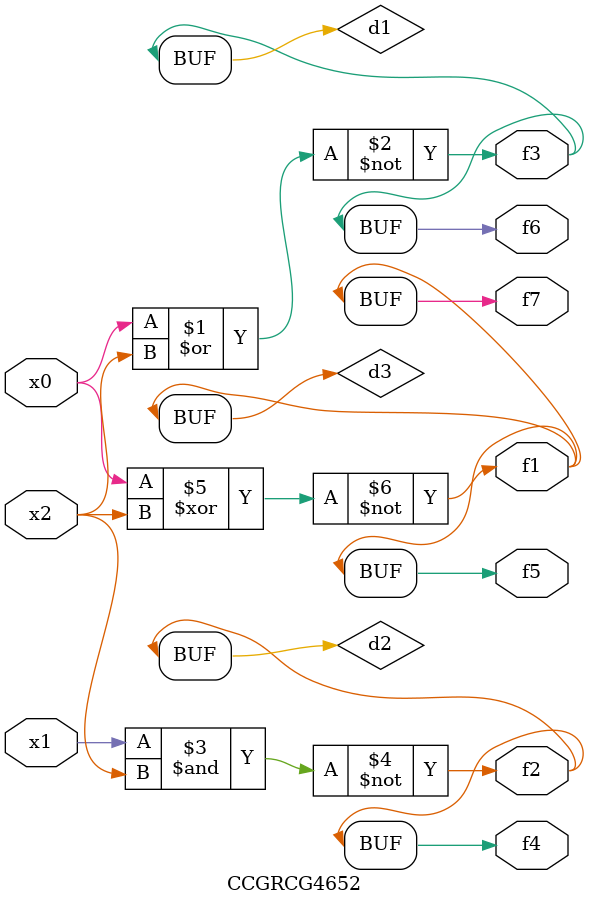
<source format=v>
module CCGRCG4652(
	input x0, x1, x2,
	output f1, f2, f3, f4, f5, f6, f7
);

	wire d1, d2, d3;

	nor (d1, x0, x2);
	nand (d2, x1, x2);
	xnor (d3, x0, x2);
	assign f1 = d3;
	assign f2 = d2;
	assign f3 = d1;
	assign f4 = d2;
	assign f5 = d3;
	assign f6 = d1;
	assign f7 = d3;
endmodule

</source>
